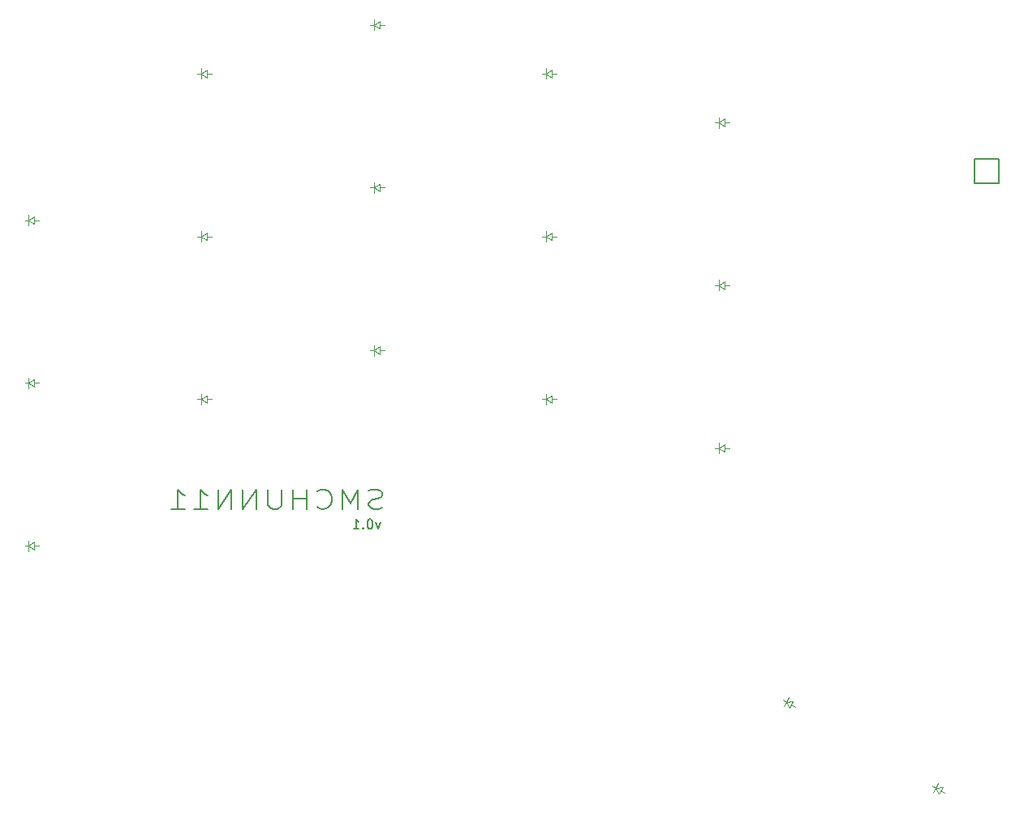
<source format=gbr>
%TF.GenerationSoftware,KiCad,Pcbnew,(6.0.6-1)-1*%
%TF.CreationDate,2022-07-25T21:02:30-05:00*%
%TF.ProjectId,smcboard,736d6362-6f61-4726-942e-6b696361645f,v1.0.0*%
%TF.SameCoordinates,Original*%
%TF.FileFunction,Legend,Bot*%
%TF.FilePolarity,Positive*%
%FSLAX46Y46*%
G04 Gerber Fmt 4.6, Leading zero omitted, Abs format (unit mm)*
G04 Created by KiCad (PCBNEW (6.0.6-1)-1) date 2022-07-25 21:02:30*
%MOMM*%
%LPD*%
G01*
G04 APERTURE LIST*
%ADD10C,0.200000*%
%ADD11C,0.100000*%
%ADD12C,0.150000*%
G04 APERTURE END LIST*
D10*
X174910571Y-144057714D02*
X174672476Y-144724380D01*
X174434380Y-144057714D01*
X173862952Y-143724380D02*
X173767714Y-143724380D01*
X173672476Y-143772000D01*
X173624857Y-143819619D01*
X173577238Y-143914857D01*
X173529619Y-144105333D01*
X173529619Y-144343428D01*
X173577238Y-144533904D01*
X173624857Y-144629142D01*
X173672476Y-144676761D01*
X173767714Y-144724380D01*
X173862952Y-144724380D01*
X173958190Y-144676761D01*
X174005809Y-144629142D01*
X174053428Y-144533904D01*
X174101047Y-144343428D01*
X174101047Y-144105333D01*
X174053428Y-143914857D01*
X174005809Y-143819619D01*
X173958190Y-143772000D01*
X173862952Y-143724380D01*
X173101047Y-144629142D02*
X173053428Y-144676761D01*
X173101047Y-144724380D01*
X173148666Y-144676761D01*
X173101047Y-144629142D01*
X173101047Y-144724380D01*
X172101047Y-144724380D02*
X172672476Y-144724380D01*
X172386761Y-144724380D02*
X172386761Y-143724380D01*
X172482000Y-143867238D01*
X172577238Y-143962476D01*
X172672476Y-144010095D01*
X175095904Y-142541523D02*
X174738761Y-142636761D01*
X174143523Y-142636761D01*
X173905428Y-142541523D01*
X173786380Y-142446285D01*
X173667333Y-142255809D01*
X173667333Y-142065333D01*
X173786380Y-141874857D01*
X173905428Y-141779619D01*
X174143523Y-141684380D01*
X174619714Y-141589142D01*
X174857809Y-141493904D01*
X174976857Y-141398666D01*
X175095904Y-141208190D01*
X175095904Y-141017714D01*
X174976857Y-140827238D01*
X174857809Y-140732000D01*
X174619714Y-140636761D01*
X174024476Y-140636761D01*
X173667333Y-140732000D01*
X172595904Y-142636761D02*
X172595904Y-140636761D01*
X171762571Y-142065333D01*
X170929238Y-140636761D01*
X170929238Y-142636761D01*
X168310190Y-142446285D02*
X168429238Y-142541523D01*
X168786380Y-142636761D01*
X169024476Y-142636761D01*
X169381619Y-142541523D01*
X169619714Y-142351047D01*
X169738761Y-142160571D01*
X169857809Y-141779619D01*
X169857809Y-141493904D01*
X169738761Y-141112952D01*
X169619714Y-140922476D01*
X169381619Y-140732000D01*
X169024476Y-140636761D01*
X168786380Y-140636761D01*
X168429238Y-140732000D01*
X168310190Y-140827238D01*
X167238761Y-142636761D02*
X167238761Y-140636761D01*
X167238761Y-141589142D02*
X165810190Y-141589142D01*
X165810190Y-142636761D02*
X165810190Y-140636761D01*
X164619714Y-140636761D02*
X164619714Y-142255809D01*
X164500666Y-142446285D01*
X164381619Y-142541523D01*
X164143523Y-142636761D01*
X163667333Y-142636761D01*
X163429238Y-142541523D01*
X163310190Y-142446285D01*
X163191142Y-142255809D01*
X163191142Y-140636761D01*
X162000666Y-142636761D02*
X162000666Y-140636761D01*
X160572095Y-142636761D01*
X160572095Y-140636761D01*
X159381619Y-142636761D02*
X159381619Y-140636761D01*
X157953047Y-142636761D01*
X157953047Y-140636761D01*
X155453047Y-142636761D02*
X156881619Y-142636761D01*
X156167333Y-142636761D02*
X156167333Y-140636761D01*
X156405428Y-140922476D01*
X156643523Y-141112952D01*
X156881619Y-141208190D01*
X153072095Y-142636761D02*
X154500666Y-142636761D01*
X153786380Y-142636761D02*
X153786380Y-140636761D01*
X154024476Y-140922476D01*
X154262571Y-141112952D01*
X154500666Y-141208190D01*
D11*
%TO.C,D1*%
X138811539Y-146496000D02*
X139311539Y-146496000D01*
X138811539Y-146896000D02*
X138211539Y-146496000D01*
X138811539Y-146096000D02*
X138811539Y-146896000D01*
X138211539Y-146496000D02*
X138811539Y-146096000D01*
X138211539Y-146496000D02*
X138211539Y-147046000D01*
X138211539Y-146496000D02*
X138211539Y-145946000D01*
X137811539Y-146496000D02*
X138211539Y-146496000D01*
%TO.C,D2*%
X138811539Y-129496000D02*
X139311539Y-129496000D01*
X138811539Y-129896000D02*
X138211539Y-129496000D01*
X138811539Y-129096000D02*
X138811539Y-129896000D01*
X138211539Y-129496000D02*
X138811539Y-129096000D01*
X138211539Y-129496000D02*
X138211539Y-130046000D01*
X138211539Y-129496000D02*
X138211539Y-128946000D01*
X137811539Y-129496000D02*
X138211539Y-129496000D01*
%TO.C,D3*%
X138811539Y-112496000D02*
X139311539Y-112496000D01*
X138811539Y-112896000D02*
X138211539Y-112496000D01*
X138811539Y-112096000D02*
X138811539Y-112896000D01*
X138211539Y-112496000D02*
X138811539Y-112096000D01*
X138211539Y-112496000D02*
X138211539Y-113046000D01*
X138211539Y-112496000D02*
X138211539Y-111946000D01*
X137811539Y-112496000D02*
X138211539Y-112496000D01*
%TO.C,D4*%
X156811539Y-131196000D02*
X157311539Y-131196000D01*
X156811539Y-131596000D02*
X156211539Y-131196000D01*
X156811539Y-130796000D02*
X156811539Y-131596000D01*
X156211539Y-131196000D02*
X156811539Y-130796000D01*
X156211539Y-131196000D02*
X156211539Y-131746000D01*
X156211539Y-131196000D02*
X156211539Y-130646000D01*
X155811539Y-131196000D02*
X156211539Y-131196000D01*
%TO.C,D5*%
X156811539Y-114196000D02*
X157311539Y-114196000D01*
X156811539Y-114596000D02*
X156211539Y-114196000D01*
X156811539Y-113796000D02*
X156811539Y-114596000D01*
X156211539Y-114196000D02*
X156811539Y-113796000D01*
X156211539Y-114196000D02*
X156211539Y-114746000D01*
X156211539Y-114196000D02*
X156211539Y-113646000D01*
X155811539Y-114196000D02*
X156211539Y-114196000D01*
%TO.C,D6*%
X156811539Y-97196000D02*
X157311539Y-97196000D01*
X156811539Y-97596000D02*
X156211539Y-97196000D01*
X156811539Y-96796000D02*
X156811539Y-97596000D01*
X156211539Y-97196000D02*
X156811539Y-96796000D01*
X156211539Y-97196000D02*
X156211539Y-97746000D01*
X156211539Y-97196000D02*
X156211539Y-96646000D01*
X155811539Y-97196000D02*
X156211539Y-97196000D01*
%TO.C,D7*%
X174811539Y-126096000D02*
X175311539Y-126096000D01*
X174811539Y-126496000D02*
X174211539Y-126096000D01*
X174811539Y-125696000D02*
X174811539Y-126496000D01*
X174211539Y-126096000D02*
X174811539Y-125696000D01*
X174211539Y-126096000D02*
X174211539Y-126646000D01*
X174211539Y-126096000D02*
X174211539Y-125546000D01*
X173811539Y-126096000D02*
X174211539Y-126096000D01*
%TO.C,D8*%
X174811539Y-109096000D02*
X175311539Y-109096000D01*
X174811539Y-109496000D02*
X174211539Y-109096000D01*
X174811539Y-108696000D02*
X174811539Y-109496000D01*
X174211539Y-109096000D02*
X174811539Y-108696000D01*
X174211539Y-109096000D02*
X174211539Y-109646000D01*
X174211539Y-109096000D02*
X174211539Y-108546000D01*
X173811539Y-109096000D02*
X174211539Y-109096000D01*
%TO.C,D9*%
X174811539Y-92096000D02*
X175311539Y-92096000D01*
X174811539Y-92496000D02*
X174211539Y-92096000D01*
X174811539Y-91696000D02*
X174811539Y-92496000D01*
X174211539Y-92096000D02*
X174811539Y-91696000D01*
X174211539Y-92096000D02*
X174211539Y-92646000D01*
X174211539Y-92096000D02*
X174211539Y-91546000D01*
X173811539Y-92096000D02*
X174211539Y-92096000D01*
%TO.C,D10*%
X192811539Y-131196000D02*
X193311539Y-131196000D01*
X192811539Y-131596000D02*
X192211539Y-131196000D01*
X192811539Y-130796000D02*
X192811539Y-131596000D01*
X192211539Y-131196000D02*
X192811539Y-130796000D01*
X192211539Y-131196000D02*
X192211539Y-131746000D01*
X192211539Y-131196000D02*
X192211539Y-130646000D01*
X191811539Y-131196000D02*
X192211539Y-131196000D01*
%TO.C,D11*%
X192811539Y-114196000D02*
X193311539Y-114196000D01*
X192811539Y-114596000D02*
X192211539Y-114196000D01*
X192811539Y-113796000D02*
X192811539Y-114596000D01*
X192211539Y-114196000D02*
X192811539Y-113796000D01*
X192211539Y-114196000D02*
X192211539Y-114746000D01*
X192211539Y-114196000D02*
X192211539Y-113646000D01*
X191811539Y-114196000D02*
X192211539Y-114196000D01*
%TO.C,D12*%
X192811539Y-97196000D02*
X193311539Y-97196000D01*
X192811539Y-97596000D02*
X192211539Y-97196000D01*
X192811539Y-96796000D02*
X192811539Y-97596000D01*
X192211539Y-97196000D02*
X192811539Y-96796000D01*
X192211539Y-97196000D02*
X192211539Y-97746000D01*
X192211539Y-97196000D02*
X192211539Y-96646000D01*
X191811539Y-97196000D02*
X192211539Y-97196000D01*
%TO.C,D13*%
X210811539Y-136296000D02*
X211311539Y-136296000D01*
X210811539Y-136696000D02*
X210211539Y-136296000D01*
X210811539Y-135896000D02*
X210811539Y-136696000D01*
X210211539Y-136296000D02*
X210811539Y-135896000D01*
X210211539Y-136296000D02*
X210211539Y-136846000D01*
X210211539Y-136296000D02*
X210211539Y-135746000D01*
X209811539Y-136296000D02*
X210211539Y-136296000D01*
%TO.C,D14*%
X210811539Y-119296000D02*
X211311539Y-119296000D01*
X210811539Y-119696000D02*
X210211539Y-119296000D01*
X210811539Y-118896000D02*
X210811539Y-119696000D01*
X210211539Y-119296000D02*
X210811539Y-118896000D01*
X210211539Y-119296000D02*
X210211539Y-119846000D01*
X210211539Y-119296000D02*
X210211539Y-118746000D01*
X209811539Y-119296000D02*
X210211539Y-119296000D01*
%TO.C,D15*%
X210811539Y-102296000D02*
X211311539Y-102296000D01*
X210811539Y-102696000D02*
X210211539Y-102296000D01*
X210811539Y-101896000D02*
X210811539Y-102696000D01*
X210211539Y-102296000D02*
X210811539Y-101896000D01*
X210211539Y-102296000D02*
X210211539Y-102846000D01*
X210211539Y-102296000D02*
X210211539Y-101746000D01*
X209811539Y-102296000D02*
X210211539Y-102296000D01*
%TO.C,D16*%
X217778045Y-163085102D02*
X218211058Y-163335102D01*
X217578045Y-163431512D02*
X217258430Y-162785102D01*
X217978045Y-162738692D02*
X217578045Y-163431512D01*
X217258430Y-162785102D02*
X217978045Y-162738692D01*
X217258430Y-162785102D02*
X216983430Y-163261416D01*
X217258430Y-162785102D02*
X217533430Y-162308788D01*
X216912020Y-162585102D02*
X217258430Y-162785102D01*
%TO.C,D17*%
X233366502Y-172085102D02*
X233799515Y-172335102D01*
X233166502Y-172431512D02*
X232846887Y-171785102D01*
X233566502Y-171738692D02*
X233166502Y-172431512D01*
X232846887Y-171785102D02*
X233566502Y-171738692D01*
X232846887Y-171785102D02*
X232571887Y-172261416D01*
X232846887Y-171785102D02*
X233121887Y-171308788D01*
X232500477Y-171585102D02*
X232846887Y-171785102D01*
D12*
%TO.C,MCU1*%
X236911539Y-106056000D02*
X236911539Y-108596000D01*
X236911539Y-106056000D02*
X239451539Y-106056000D01*
X236911539Y-108596000D02*
X239451539Y-108596000D01*
X239451539Y-108596000D02*
X239451539Y-106056000D01*
%TD*%
M02*

</source>
